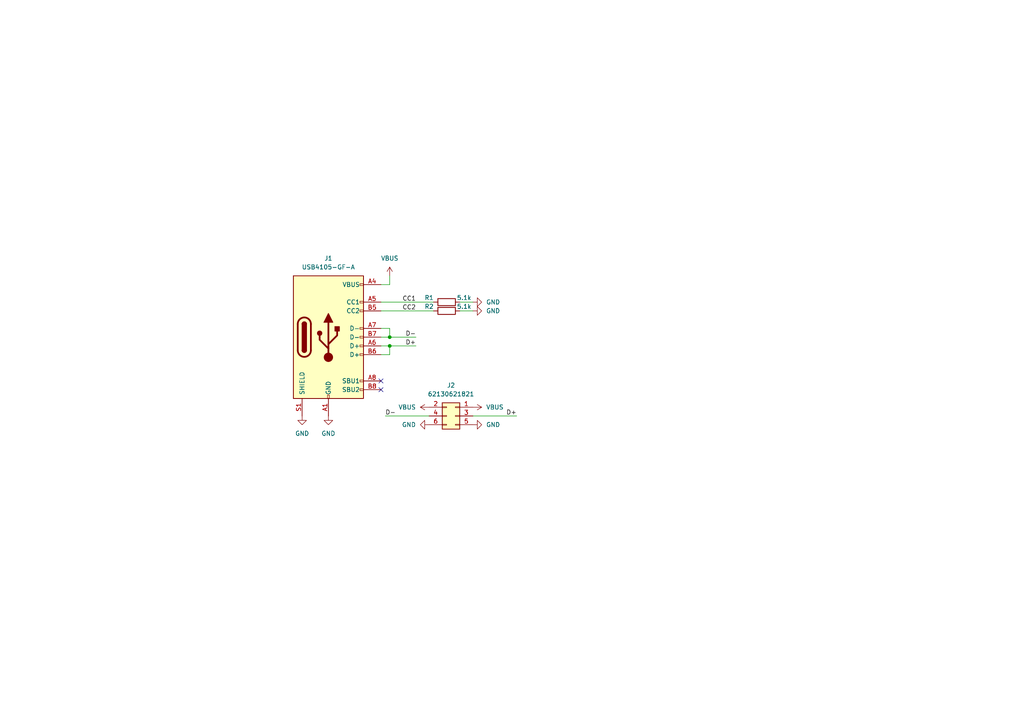
<source format=kicad_sch>
(kicad_sch (version 20231120) (generator "eeschema") (generator_version "8.0")
  (paper "A4")
  (lib_symbols
    (symbol "Connector:USB_C_Receptacle_USB2.0" (pin_names (offset 1.016))
      (property "Reference" "J" (at -10.16 19.05 0))
      (property "Value" "USB_C_Receptacle_USB2.0" (at 19.05 19.05 0))
      (symbol "USB_C_Receptacle_USB2.0_0_0"
        (rectangle (start -0.254 -17.78) (end 0.254 -16.764))
        (rectangle (start 10.16 -14.986) (end 9.144 -15.494))
        (rectangle (start 10.16 -12.446) (end 9.144 -12.954))
        (rectangle (start 10.16 -4.826) (end 9.144 -5.334))
        (rectangle (start 10.16 -2.286) (end 9.144 -2.794))
        (rectangle (start 10.16 0.254) (end 9.144 -0.254))
        (rectangle (start 10.16 2.794) (end 9.144 2.286))
        (rectangle (start 10.16 7.874) (end 9.144 7.366))
        (rectangle (start 10.16 10.414) (end 9.144 9.906))
        (rectangle (start 10.16 15.494) (end 9.144 14.986))
      )
      (symbol "USB_C_Receptacle_USB2.0_0_1"
        (rectangle (start -10.16 17.78) (end 10.16 -17.78) (stroke (width 0.254)) (fill (type background)))
        (arc (start -8.89 -3.81) (mid -6.985 -5.7067) (end -5.08 -3.81) (stroke (width 0.508)))
        (arc (start -7.62 -3.81) (mid -6.985 -4.4423) (end -6.35 -3.81) (stroke (width 0.254)))
        (arc (start -7.62 -3.81) (mid -6.985 -4.4423) (end -6.35 -3.81) (stroke (width 0.254)) (fill (type outline)))
        (rectangle (start -7.62 -3.81) (end -6.35 3.81) (stroke (width 0.254)) (fill (type outline)))
        (arc (start -6.35 3.81) (mid -6.985 4.4423) (end -7.62 3.81) (stroke (width 0.254)))
        (arc (start -6.35 3.81) (mid -6.985 4.4423) (end -7.62 3.81) (stroke (width 0.254)) (fill (type outline)))
        (arc (start -5.08 3.81) (mid -6.985 5.7067) (end -8.89 3.81) (stroke (width 0.508)))
        (circle (center -2.54 1.143) (radius 0.635) (stroke (width 0.254)) (fill (type outline)))
        (circle (center 0 -5.842) (radius 1.27) (fill (type outline)))
        (polyline (pts (xy -8.89 -3.81) (xy -8.89 3.81)) (stroke (width 0.508)))
        (polyline (pts (xy -5.08 3.81) (xy -5.08 -3.81)) (stroke (width 0.508)))
        (polyline (pts (xy 0 -5.842) (xy 0 4.318)) (stroke (width 0.508)))
        (polyline (pts (xy 0 -3.302) (xy -2.54 -0.762) (xy -2.54 0.508)) (stroke (width 0.508)))
        (polyline (pts (xy 0 -2.032) (xy 2.54 0.508) (xy 2.54 1.778)) (stroke (width 0.508)))
        (polyline (pts (xy -1.27 4.318) (xy 0 6.858) (xy 1.27 4.318) (xy -1.27 4.318)) (stroke (width 0.254)) (fill (type outline)))
        (rectangle (start 1.905 1.778) (end 3.175 3.048) (stroke (width 0.254)) (fill (type outline)))
      )
      (symbol "USB_C_Receptacle_USB2.0_1_1"
        (pin passive line (at 0 -22.86 90) (length 5.08) (name "GND") (number "A1"))
        (pin passive line (at 0 -22.86 90) (length 5.08) hide (name "GND") (number "A12"))
        (pin passive line (at 15.24 15.24 180) (length 5.08) (name "VBUS") (number "A4"))
        (pin bidirectional line (at 15.24 10.16 180) (length 5.08) (name "CC1") (number "A5"))
        (pin bidirectional line (at 15.24 -2.54 180) (length 5.08) (name "D+") (number "A6"))
        (pin bidirectional line (at 15.24 2.54 180) (length 5.08) (name "D-") (number "A7"))
        (pin bidirectional line (at 15.24 -12.7 180) (length 5.08) (name "SBU1") (number "A8"))
        (pin passive line (at 15.24 15.24 180) (length 5.08) hide (name "VBUS") (number "A9"))
        (pin passive line (at 0 -22.86 90) (length 5.08) hide (name "GND") (number "B1"))
        (pin passive line (at 0 -22.86 90) (length 5.08) hide (name "GND") (number "B12"))
        (pin passive line (at 15.24 15.24 180) (length 5.08) hide (name "VBUS") (number "B4"))
        (pin bidirectional line (at 15.24 7.62 180) (length 5.08) (name "CC2") (number "B5"))
        (pin bidirectional line (at 15.24 -5.08 180) (length 5.08) (name "D+") (number "B6"))
        (pin bidirectional line (at 15.24 0 180) (length 5.08) (name "D-") (number "B7"))
        (pin bidirectional line (at 15.24 -15.24 180) (length 5.08) (name "SBU2") (number "B8"))
        (pin passive line (at 15.24 15.24 180) (length 5.08) hide (name "VBUS") (number "B9"))
        (pin passive line (at -7.62 -22.86 90) (length 5.08) (name "SHIELD") (number "S1"))
      )
    )
    (symbol "Connector_Generic:Conn_02x03_Odd_Even" (pin_names (offset 1.016) hide)
      (property "Reference" "J" (at 1.27 5.08 0))
      (property "Value" "Conn_02x03_Odd_Even" (at 1.27 -5.08 0))
      (symbol "Conn_02x03_Odd_Even_1_1"
        (rectangle (start -1.27 -2.413) (end 0 -2.667) (stroke (width 0.1524)))
        (rectangle (start -1.27 0.127) (end 0 -0.127) (stroke (width 0.1524)))
        (rectangle (start -1.27 2.667) (end 0 2.413) (stroke (width 0.1524)))
        (rectangle (start -1.27 3.81) (end 3.81 -3.81) (stroke (width 0.254)) (fill (type background)))
        (rectangle (start 3.81 -2.413) (end 2.54 -2.667) (stroke (width 0.1524)))
        (rectangle (start 3.81 0.127) (end 2.54 -0.127) (stroke (width 0.1524)))
        (rectangle (start 3.81 2.667) (end 2.54 2.413) (stroke (width 0.1524)))
        (pin passive line (at -5.08 2.54 0) (length 3.81) (name "Pin_1") (number "1"))
        (pin passive line (at 7.62 2.54 180) (length 3.81) (name "Pin_2") (number "2"))
        (pin passive line (at -5.08 0 0) (length 3.81) (name "Pin_3") (number "3"))
        (pin passive line (at 7.62 0 180) (length 3.81) (name "Pin_4") (number "4"))
        (pin passive line (at -5.08 -2.54 0) (length 3.81) (name "Pin_5") (number "5"))
        (pin passive line (at 7.62 -2.54 180) (length 3.81) (name "Pin_6") (number "6"))
      )
    )
    (symbol "Device:R" (pin_numbers hide) (pin_names (offset 0))
      (property "Reference" "R" (at 2.032 0 90))
      (property "Value" "R" (at 0 0 90))
      (symbol "R_0_1"
        (rectangle (start -1.016 -2.54) (end 1.016 2.54) (stroke (width 0.254)))
      )
      (symbol "R_1_1"
        (pin passive line (at 0 3.81 270) (length 1.27) (name "~") (number "1"))
        (pin passive line (at 0 -3.81 90) (length 1.27) (name "~") (number "2"))
      )
    )
    (symbol "power:GND" (power) (pin_names (offset 0))
      (property "Value" "GND" (at 0 -3.81 0))
      (symbol "GND_0_1"
        (polyline (pts (xy 0 0) (xy 0 -1.27) (xy 1.27 -1.27) (xy 0 -2.54) (xy -1.27 -1.27) (xy 0 -1.27)))
      )
      (symbol "GND_1_1"
        (pin power_in line (at 0 0 270) (length 0) hide (name "GND") (number "1"))
      )
    )
    (symbol "power:VBUS" (power) (pin_names (offset 0))
      (property "Value" "VBUS" (at 0 3.81 0))
      (symbol "VBUS_0_1"
        (polyline (pts (xy -0.762 1.27) (xy 0 2.54)))
        (polyline (pts (xy 0 0) (xy 0 2.54)))
        (polyline (pts (xy 0 2.54) (xy 0.762 1.27)))
      )
      (symbol "VBUS_1_1"
        (pin power_in line (at 0 0 90) (length 0) hide (name "VBUS") (number "1"))
      )
    )
  )
  (junction (at 113.03 100.33))
  (junction (at 113.03 97.79))
  (no_connect (at 110.49 113.03))
  (no_connect (at 110.49 110.49))
  (wire (pts (xy 149.86 120.65) (xy 137.16 120.65)))
  (wire (pts (xy 110.49 87.63) (xy 125.73 87.63)))
  (wire (pts (xy 113.03 80.01) (xy 113.03 82.55)))
  (wire (pts (xy 113.03 100.33) (xy 120.65 100.33)))
  (wire (pts (xy 133.35 87.63) (xy 137.16 87.63)))
  (wire (pts (xy 111.76 120.65) (xy 124.46 120.65)))
  (wire (pts (xy 133.35 90.17) (xy 137.16 90.17)))
  (wire (pts (xy 110.49 97.79) (xy 113.03 97.79)))
  (wire (pts (xy 113.03 100.33) (xy 113.03 102.87)))
  (wire (pts (xy 110.49 82.55) (xy 113.03 82.55)))
  (wire (pts (xy 110.49 100.33) (xy 113.03 100.33)))
  (wire (pts (xy 113.03 97.79) (xy 120.65 97.79)))
  (wire (pts (xy 110.49 102.87) (xy 113.03 102.87)))
  (wire (pts (xy 113.03 95.25) (xy 113.03 97.79)))
  (wire (pts (xy 110.49 95.25) (xy 113.03 95.25)))
  (wire (pts (xy 110.49 90.17) (xy 125.73 90.17)))
  (label "D+" (at 120.65 100.33 180))
  (label "CC2" (at 120.65 90.17 180))
  (label "D-" (at 111.76 120.65 0))
  (label "CC1" (at 120.65 87.63 180))
  (label "D-" (at 120.65 97.79 180))
  (label "D+" (at 149.86 120.65 180))
  (symbol (lib_id "power:GND") (at 87.63 120.65 0) (unit 1)
    (property "Reference" "#PWR02" (effects (hide yes)))
    (property "Value" "GND" (at 87.63 125.73 0))
  )
  (symbol (lib_id "Connector:USB_C_Receptacle_USB2.0") (at 95.25 97.79 0) (unit 1)
    (property "Reference" "J1" (at 95.25 74.93 0))
    (property "Value" "USB4105-GF-A" (at 95.25 77.47 0))
    (property "Footprint" "Connector_USB:USB_C_Receptacle_GCT_USB4105-xx-A_16P_TopMnt_Horizontal" (effects (hide yes)))
    (property "Datasheet" "https://www.tme.eu/pl/details/usb4105-gf-a/zlacza-usb-i-ieee1394/global-connector-technology-gct/" (effects (hide yes)))
  )
  (symbol (lib_id "power:GND") (at 137.16 90.17 90) (unit 1)
    (property "Reference" "#PWR04" (effects (hide yes)))
    (property "Value" "GND" (at 140.97 90.17 90) (effects (justify right)))
  )
  (symbol (lib_id "power:GND") (at 137.16 123.19 90) (unit 1)
    (property "Reference" "#PWR09" (effects (hide yes)))
    (property "Value" "GND" (at 140.97 123.19 90) (effects (justify right)))
  )
  (symbol (lib_id "Connector_Generic:Conn_02x03_Odd_Even") (at 132.08 120.65 0) (mirror y) (unit 1)
    (property "Reference" "J2" (at 130.81 111.76 0))
    (property "Value" "62130621821" (at 130.81 114.3 0))
    (property "Footprint" "Connector_PinSocket_2.00mm:PinSocket_2x03_P2.00mm_Vertical_SMD" (effects (hide yes)))
    (property "Datasheet" "https://www.we-online.com/en/components/products/PHD_2_0_SMT_DUAL_SOCKET_HEADER_LOW_PROFILE_6210XX21821#62130621821" (effects (hide yes)))
  )
  (symbol (lib_id "power:VBUS") (at 124.46 118.11 90) (unit 1)
    (property "Reference" "#PWR06" (effects (hide yes)))
    (property "Value" "VBUS" (at 120.65 118.11 90) (effects (justify left)))
  )
  (symbol (lib_id "power:VBUS") (at 137.16 118.11 270) (unit 1)
    (property "Reference" "#PWR07" (effects (hide yes)))
    (property "Value" "VBUS" (at 140.97 118.11 90) (effects (justify left)))
  )
  (symbol (lib_id "power:GND") (at 137.16 87.63 90) (unit 1)
    (property "Reference" "#PWR03" (effects (hide yes)))
    (property "Value" "GND" (at 140.97 87.63 90) (effects (justify right)))
  )
  (symbol (lib_id "power:GND") (at 95.25 120.65 0) (unit 1)
    (property "Reference" "#PWR01" (effects (hide yes)))
    (property "Value" "GND" (at 95.25 125.73 0))
  )
  (symbol (lib_id "power:GND") (at 124.46 123.19 270) (unit 1)
    (property "Reference" "#PWR08" (effects (hide yes)))
    (property "Value" "GND" (at 120.65 123.19 90) (effects (justify right)))
  )
  (symbol (lib_id "Device:R") (at 129.54 87.63 90) (unit 1)
    (property "Reference" "R1" (at 124.46 86.36 90))
    (property "Value" "5.1k" (at 134.62 86.36 90))
    (property "Footprint" "Resistor_SMD:R_0402_1005Metric" (effects (hide yes)))
  )
  (symbol (lib_id "Device:R") (at 129.54 90.17 90) (unit 1)
    (property "Reference" "R2" (at 124.46 88.9 90))
    (property "Value" "5.1k" (at 134.62 88.9 90))
    (property "Footprint" "Resistor_SMD:R_0402_1005Metric" (effects (hide yes)))
  )
  (symbol (lib_id "power:VBUS") (at 113.03 80.01 0) (unit 1)
    (property "Reference" "#PWR05" (effects (hide yes)))
    (property "Value" "VBUS" (at 113.03 74.93 0))
  )
)
</source>
